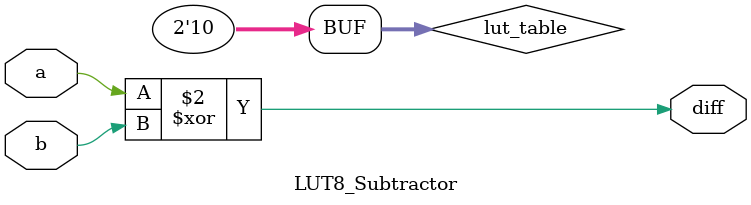
<source format=sv>
module TMR_Recovery #(parameter WIDTH=8) (
    input  [WIDTH-1:0] ch0, ch1, ch2,
    output [WIDTH-1:0] data_out
);
    wire [WIDTH-1:0] majority_vote;
    wire [WIDTH-1:0] lut_sub_result0;
    wire [WIDTH-1:0] lut_sub_result1;
    wire [WIDTH-1:0] lut_sub_result2;

    // Instantiate LUT-based subtractor for ch0 - ch1
    genvar i;
    generate
        for (i = 0; i < WIDTH; i = i + 1) begin : LUT_SUB0
            LUT8_Subtractor sub_lut0 (
                .a(ch0[i]),
                .b(ch1[i]),
                .diff(lut_sub_result0[i])
            );
        end
    endgenerate

    // Instantiate LUT-based subtractor for ch1 - ch2
    generate
        for (i = 0; i < WIDTH; i = i + 1) begin : LUT_SUB1
            LUT8_Subtractor sub_lut1 (
                .a(ch1[i]),
                .b(ch2[i]),
                .diff(lut_sub_result1[i])
            );
        end
    endgenerate

    // Instantiate LUT-based subtractor for ch0 - ch2
    generate
        for (i = 0; i < WIDTH; i = i + 1) begin : LUT_SUB2
            LUT8_Subtractor sub_lut2 (
                .a(ch0[i]),
                .b(ch2[i]),
                .diff(lut_sub_result2[i])
            );
        end
    endgenerate

    // Use LUT-based subtractor results to reconstruct the majority logic
    assign majority_vote = (~lut_sub_result0 & ~lut_sub_result1) |
                           (~lut_sub_result1 & ~lut_sub_result2) |
                           (~lut_sub_result0 & ~lut_sub_result2);

    assign data_out = majority_vote;

endmodule

// 1-bit LUT-based subtractor (for 8-bit bus, instantiate 8 times)
module LUT8_Subtractor (
    input  a,
    input  b,
    output diff
);
    // 1-bit subtractor result: diff = a ^ b
    // Use a 2-to-1 LUT for the subtraction
    reg [1:0] lut_table;
    always @(*) begin
        lut_table[0] = 1'b0; // a=0, b=0: diff=0
        lut_table[1] = 1'b1; // a=1, b=0: diff=1
    end
    assign diff = a ^ b;
endmodule
</source>
